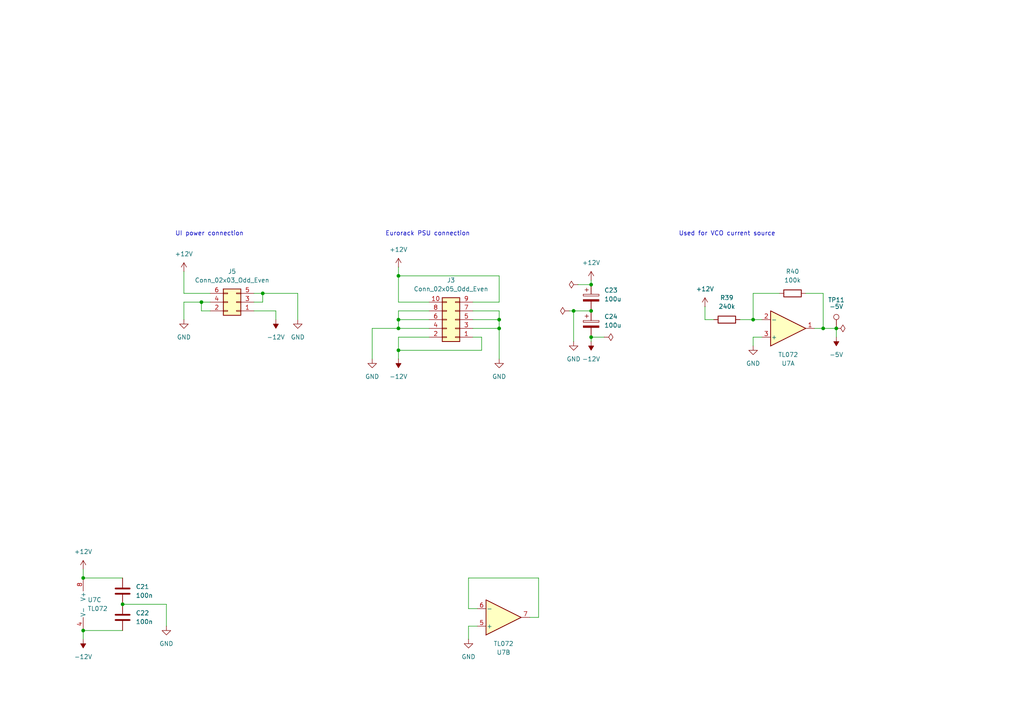
<source format=kicad_sch>
(kicad_sch (version 20250114) (generator "eeschema") (generator_version "9.0")
  (paper "A4")
  (lib_symbols
    (symbol "Amplifier_Operational:TL072" (pin_names (offset 0.127))
      (property "Reference" "U" (at 0 5.08 0))
      (property "Value" "TL072" (at 0 -5.08 0))
      (symbol "TL072_1_1"
        (polyline (pts (xy -5.08 5.08) (xy 5.08 0) (xy -5.08 -5.08) (xy -5.08 5.08)) (stroke (width 0.254)) (fill (type background)))
        (pin input line (at -7.62 2.54 0) (length 2.54) (name "+") (number "3"))
        (pin input line (at -7.62 -2.54 0) (length 2.54) (name "-") (number "2"))
        (pin output line (at 7.62 0 180) (length 2.54) (name "~") (number "1"))
      )
      (symbol "TL072_2_1"
        (polyline (pts (xy -5.08 5.08) (xy 5.08 0) (xy -5.08 -5.08) (xy -5.08 5.08)) (stroke (width 0.254)) (fill (type background)))
        (pin input line (at -7.62 2.54 0) (length 2.54) (name "+") (number "5"))
        (pin input line (at -7.62 -2.54 0) (length 2.54) (name "-") (number "6"))
        (pin output line (at 7.62 0 180) (length 2.54) (name "~") (number "7"))
      )
      (symbol "TL072_3_1"
        (pin power_in line (at -2.54 7.62 270) (length 3.81) (name "V+") (number "8"))
        (pin power_in line (at -2.54 -7.62 90) (length 3.81) (name "V-") (number "4"))
      )
    )
    (symbol "Connector:TestPoint" (pin_numbers (hide yes)) (pin_names (offset 0.762) (hide yes))
      (property "Reference" "TP" (at 0 6.858 0))
      (property "Value" "TestPoint" (at 0 5.08 0))
      (symbol "TestPoint_0_1"
        (circle (center 0 3.302) (radius 0.762))
      )
      (symbol "TestPoint_1_1"
        (pin passive line (at 0 0 90) (length 2.54) (name "1") (number "1"))
      )
    )
    (symbol "Connector_Generic:Conn_02x03_Odd_Even" (pin_names (offset 1.016) (hide yes))
      (property "Reference" "J" (at 1.27 5.08 0))
      (property "Value" "Conn_02x03_Odd_Even" (at 1.27 -5.08 0))
      (symbol "Conn_02x03_Odd_Even_1_1"
        (rectangle (start -1.27 3.81) (end 3.81 -3.81) (stroke (width 0.254)) (fill (type background)))
        (rectangle (start -1.27 2.667) (end 0 2.413) (stroke (width 0.1524)))
        (rectangle (start -1.27 0.127) (end 0 -0.127) (stroke (width 0.1524)))
        (rectangle (start -1.27 -2.413) (end 0 -2.667) (stroke (width 0.1524)))
        (rectangle (start 3.81 2.667) (end 2.54 2.413) (stroke (width 0.1524)))
        (rectangle (start 3.81 0.127) (end 2.54 -0.127) (stroke (width 0.1524)))
        (rectangle (start 3.81 -2.413) (end 2.54 -2.667) (stroke (width 0.1524)))
        (pin passive line (at -5.08 2.54 0) (length 3.81) (name "Pin_1") (number "1"))
        (pin passive line (at -5.08 0 0) (length 3.81) (name "Pin_3") (number "3"))
        (pin passive line (at -5.08 -2.54 0) (length 3.81) (name "Pin_5") (number "5"))
        (pin passive line (at 7.62 2.54 180) (length 3.81) (name "Pin_2") (number "2"))
        (pin passive line (at 7.62 0 180) (length 3.81) (name "Pin_4") (number "4"))
        (pin passive line (at 7.62 -2.54 180) (length 3.81) (name "Pin_6") (number "6"))
      )
    )
    (symbol "Connector_Generic:Conn_02x05_Odd_Even" (pin_names (offset 1.016) (hide yes))
      (property "Reference" "J" (at 1.27 7.62 0))
      (property "Value" "Conn_02x05_Odd_Even" (at 1.27 -7.62 0))
      (symbol "Conn_02x05_Odd_Even_1_1"
        (rectangle (start -1.27 6.35) (end 3.81 -6.35) (stroke (width 0.254)) (fill (type background)))
        (rectangle (start -1.27 5.207) (end 0 4.953) (stroke (width 0.1524)))
        (rectangle (start -1.27 2.667) (end 0 2.413) (stroke (width 0.1524)))
        (rectangle (start -1.27 0.127) (end 0 -0.127) (stroke (width 0.1524)))
        (rectangle (start -1.27 -2.413) (end 0 -2.667) (stroke (width 0.1524)))
        (rectangle (start -1.27 -4.953) (end 0 -5.207) (stroke (width 0.1524)))
        (rectangle (start 3.81 5.207) (end 2.54 4.953) (stroke (width 0.1524)))
        (rectangle (start 3.81 2.667) (end 2.54 2.413) (stroke (width 0.1524)))
        (rectangle (start 3.81 0.127) (end 2.54 -0.127) (stroke (width 0.1524)))
        (rectangle (start 3.81 -2.413) (end 2.54 -2.667) (stroke (width 0.1524)))
        (rectangle (start 3.81 -4.953) (end 2.54 -5.207) (stroke (width 0.1524)))
        (pin passive line (at -5.08 5.08 0) (length 3.81) (name "Pin_1") (number "1"))
        (pin passive line (at -5.08 2.54 0) (length 3.81) (name "Pin_3") (number "3"))
        (pin passive line (at -5.08 0 0) (length 3.81) (name "Pin_5") (number "5"))
        (pin passive line (at -5.08 -2.54 0) (length 3.81) (name "Pin_7") (number "7"))
        (pin passive line (at -5.08 -5.08 0) (length 3.81) (name "Pin_9") (number "9"))
        (pin passive line (at 7.62 5.08 180) (length 3.81) (name "Pin_2") (number "2"))
        (pin passive line (at 7.62 2.54 180) (length 3.81) (name "Pin_4") (number "4"))
        (pin passive line (at 7.62 0 180) (length 3.81) (name "Pin_6") (number "6"))
        (pin passive line (at 7.62 -2.54 180) (length 3.81) (name "Pin_8") (number "8"))
        (pin passive line (at 7.62 -5.08 180) (length 3.81) (name "Pin_10") (number "10"))
      )
    )
    (symbol "Device:C" (pin_numbers (hide yes)) (pin_names (offset 0.254))
      (property "Reference" "C" (at 0.635 2.54 0))
      (property "Value" "C" (at 0.635 -2.54 0))
      (symbol "C_0_1"
        (polyline (pts (xy -2.032 0.762) (xy 2.032 0.762)) (stroke (width 0.508)))
        (polyline (pts (xy -2.032 -0.762) (xy 2.032 -0.762)) (stroke (width 0.508)))
      )
      (symbol "C_1_1"
        (pin passive line (at 0 3.81 270) (length 2.794) (name "~") (number "1"))
        (pin passive line (at 0 -3.81 90) (length 2.794) (name "~") (number "2"))
      )
    )
    (symbol "Device:C_Polarized" (pin_numbers (hide yes)) (pin_names (offset 0.254))
      (property "Reference" "C" (at 0.635 2.54 0))
      (property "Value" "C_Polarized" (at 0.635 -2.54 0))
      (symbol "C_Polarized_0_1"
        (rectangle (start -2.286 0.508) (end 2.286 1.016))
        (polyline (pts (xy -1.778 2.286) (xy -0.762 2.286)))
        (polyline (pts (xy -1.27 2.794) (xy -1.27 1.778)))
        (rectangle (start 2.286 -0.508) (end -2.286 -1.016) (fill (type outline)))
      )
      (symbol "C_Polarized_1_1"
        (pin passive line (at 0 3.81 270) (length 2.794) (name "~") (number "1"))
        (pin passive line (at 0 -3.81 90) (length 2.794) (name "~") (number "2"))
      )
    )
    (symbol "Device:R" (pin_numbers (hide yes)) (pin_names (offset 0))
      (property "Reference" "R" (at 2.032 0 90))
      (property "Value" "R" (at 0 0 90))
      (symbol "R_0_1"
        (rectangle (start -1.016 -2.54) (end 1.016 2.54) (stroke (width 0.254)))
      )
      (symbol "R_1_1"
        (pin passive line (at 0 3.81 270) (length 1.27) (name "~") (number "1"))
        (pin passive line (at 0 -3.81 90) (length 1.27) (name "~") (number "2"))
      )
    )
    (symbol "power:+12V" (power) (pin_numbers (hide yes)) (pin_names (offset 0) (hide yes))
      (property "Value" "+12V" (at 0 3.556 0))
      (symbol "+12V_0_1"
        (polyline (pts (xy -0.762 1.27) (xy 0 2.54)))
        (polyline (pts (xy 0 2.54) (xy 0.762 1.27)))
        (polyline (pts (xy 0 0) (xy 0 2.54)))
      )
      (symbol "+12V_1_1"
        (pin power_in line (at 0 0 90) (length 0) (name "~") (number "1"))
      )
    )
    (symbol "power:-12V" (power) (pin_numbers (hide yes)) (pin_names (offset 0) (hide yes))
      (property "Value" "-12V" (at 0 3.556 0))
      (symbol "-12V_0_0"
        (pin power_in line (at 0 0 90) (length 0) (name "~") (number "1"))
      )
      (symbol "-12V_0_1"
        (polyline (pts (xy 0 0) (xy 0 1.27) (xy 0.762 1.27) (xy 0 2.54) (xy -0.762 1.27) (xy 0 1.27)) (fill (type outline)))
      )
    )
    (symbol "power:-5V" (power) (pin_numbers (hide yes)) (pin_names (offset 0) (hide yes))
      (property "Value" "-5V" (at 0 3.556 0))
      (symbol "-5V_0_0"
        (pin power_in line (at 0 0 90) (length 0) (name "~") (number "1"))
      )
      (symbol "-5V_0_1"
        (polyline (pts (xy 0 0) (xy 0 1.27) (xy 0.762 1.27) (xy 0 2.54) (xy -0.762 1.27) (xy 0 1.27)) (fill (type outline)))
      )
    )
    (symbol "power:GND" (power) (pin_numbers (hide yes)) (pin_names (offset 0) (hide yes))
      (property "Value" "GND" (at 0 -3.81 0))
      (symbol "GND_0_1"
        (polyline (pts (xy 0 0) (xy 0 -1.27) (xy 1.27 -1.27) (xy 0 -2.54) (xy -1.27 -1.27) (xy 0 -1.27)))
      )
      (symbol "GND_1_1"
        (pin power_in line (at 0 0 270) (length 0) (name "~") (number "1"))
      )
    )
    (symbol "power:PWR_FLAG" (power) (pin_numbers (hide yes)) (pin_names (offset 0) (hide yes))
      (property "Value" "PWR_FLAG" (at 0 3.81 0))
      (symbol "PWR_FLAG_0_0"
        (pin power_out line (at 0 0 90) (length 0) (name "~") (number "1"))
      )
      (symbol "PWR_FLAG_0_1"
        (polyline (pts (xy 0 0) (xy 0 1.27) (xy -1.016 1.905) (xy 0 2.54) (xy 1.016 1.905) (xy 0 1.27)))
      )
    )
  )
  (text "UI power connection" (at 50.8 68.58 0) (effects (font (size 1.27 1.27)) (justify left bottom)))
  (text "Eurorack PSU connection" (at 111.76 68.58 0) (effects (font (size 1.27 1.27)) (justify left bottom)))
  (text "Used for VCO current source" (at 196.85 68.58 0) (effects (font (size 1.27 1.27)) (justify left bottom)))
  (junction (at 24.13 182.88))
  (junction (at 171.45 82.55))
  (junction (at 171.45 97.79))
  (junction (at 35.56 175.26))
  (junction (at 76.2 85.09))
  (junction (at 115.57 80.01))
  (junction (at 218.44 92.71))
  (junction (at 166.37 90.17))
  (junction (at 242.57 95.25))
  (junction (at 24.13 167.64))
  (junction (at 238.76 95.25))
  (junction (at 115.57 95.25))
  (junction (at 144.78 92.71))
  (junction (at 115.57 92.71))
  (junction (at 171.45 90.17))
  (junction (at 58.42 87.63))
  (junction (at 144.78 95.25))
  (junction (at 115.57 101.6))
  (wire (pts (xy 238.76 95.25) (xy 236.22 95.25)))
  (wire (pts (xy 135.89 176.53) (xy 138.43 176.53)))
  (wire (pts (xy 144.78 95.25) (xy 144.78 92.71)))
  (wire (pts (xy 48.26 175.26) (xy 35.56 175.26)))
  (wire (pts (xy 48.26 181.61) (xy 48.26 175.26)))
  (wire (pts (xy 124.46 97.79) (xy 115.57 97.79)))
  (wire (pts (xy 115.57 87.63) (xy 124.46 87.63)))
  (wire (pts (xy 226.06 85.09) (xy 218.44 85.09)))
  (wire (pts (xy 171.45 81.28) (xy 171.45 82.55)))
  (wire (pts (xy 242.57 95.25) (xy 238.76 95.25)))
  (wire (pts (xy 107.95 104.14) (xy 107.95 95.25)))
  (wire (pts (xy 144.78 87.63) (xy 144.78 80.01)))
  (wire (pts (xy 124.46 95.25) (xy 115.57 95.25)))
  (wire (pts (xy 144.78 92.71) (xy 144.78 90.17)))
  (wire (pts (xy 53.34 87.63) (xy 58.42 87.63)))
  (wire (pts (xy 76.2 87.63) (xy 76.2 85.09)))
  (wire (pts (xy 60.96 90.17) (xy 58.42 90.17)))
  (wire (pts (xy 144.78 90.17) (xy 137.16 90.17)))
  (wire (pts (xy 204.47 88.9) (xy 204.47 92.71)))
  (wire (pts (xy 156.21 167.64) (xy 135.89 167.64)))
  (wire (pts (xy 80.01 90.17) (xy 73.66 90.17)))
  (wire (pts (xy 139.7 101.6) (xy 139.7 97.79)))
  (wire (pts (xy 24.13 165.1) (xy 24.13 167.64)))
  (wire (pts (xy 156.21 179.07) (xy 156.21 167.64)))
  (wire (pts (xy 242.57 97.79) (xy 242.57 95.25)))
  (wire (pts (xy 204.47 92.71) (xy 207.01 92.71)))
  (wire (pts (xy 115.57 97.79) (xy 115.57 101.6)))
  (wire (pts (xy 233.68 85.09) (xy 238.76 85.09)))
  (wire (pts (xy 115.57 101.6) (xy 139.7 101.6)))
  (wire (pts (xy 220.98 97.79) (xy 218.44 97.79)))
  (wire (pts (xy 175.26 97.79) (xy 171.45 97.79)))
  (wire (pts (xy 86.36 85.09) (xy 76.2 85.09)))
  (wire (pts (xy 115.57 92.71) (xy 124.46 92.71)))
  (wire (pts (xy 144.78 80.01) (xy 115.57 80.01)))
  (wire (pts (xy 86.36 92.71) (xy 86.36 85.09)))
  (wire (pts (xy 166.37 90.17) (xy 171.45 90.17)))
  (wire (pts (xy 135.89 167.64) (xy 135.89 176.53)))
  (wire (pts (xy 115.57 95.25) (xy 115.57 92.71)))
  (wire (pts (xy 167.64 82.55) (xy 171.45 82.55)))
  (wire (pts (xy 58.42 87.63) (xy 60.96 87.63)))
  (wire (pts (xy 139.7 97.79) (xy 137.16 97.79)))
  (wire (pts (xy 24.13 185.42) (xy 24.13 182.88)))
  (wire (pts (xy 214.63 92.71) (xy 218.44 92.71)))
  (wire (pts (xy 115.57 90.17) (xy 124.46 90.17)))
  (wire (pts (xy 53.34 78.74) (xy 53.34 85.09)))
  (wire (pts (xy 73.66 87.63) (xy 76.2 87.63)))
  (wire (pts (xy 166.37 99.06) (xy 166.37 90.17)))
  (wire (pts (xy 218.44 97.79) (xy 218.44 100.33)))
  (wire (pts (xy 53.34 85.09) (xy 60.96 85.09)))
  (wire (pts (xy 115.57 80.01) (xy 115.57 87.63)))
  (wire (pts (xy 58.42 90.17) (xy 58.42 87.63)))
  (wire (pts (xy 53.34 92.71) (xy 53.34 87.63)))
  (wire (pts (xy 144.78 104.14) (xy 144.78 95.25)))
  (wire (pts (xy 218.44 85.09) (xy 218.44 92.71)))
  (wire (pts (xy 135.89 185.42) (xy 135.89 181.61)))
  (wire (pts (xy 137.16 87.63) (xy 144.78 87.63)))
  (wire (pts (xy 107.95 95.25) (xy 115.57 95.25)))
  (wire (pts (xy 76.2 85.09) (xy 73.66 85.09)))
  (wire (pts (xy 153.67 179.07) (xy 156.21 179.07)))
  (wire (pts (xy 24.13 182.88) (xy 35.56 182.88)))
  (wire (pts (xy 238.76 85.09) (xy 238.76 95.25)))
  (wire (pts (xy 115.57 92.71) (xy 115.57 90.17)))
  (wire (pts (xy 218.44 92.71) (xy 220.98 92.71)))
  (wire (pts (xy 24.13 167.64) (xy 35.56 167.64)))
  (wire (pts (xy 115.57 101.6) (xy 115.57 104.14)))
  (wire (pts (xy 80.01 92.71) (xy 80.01 90.17)))
  (wire (pts (xy 135.89 181.61) (xy 138.43 181.61)))
  (wire (pts (xy 165.1 90.17) (xy 166.37 90.17)))
  (wire (pts (xy 171.45 97.79) (xy 171.45 99.06)))
  (wire (pts (xy 115.57 77.47) (xy 115.57 80.01)))
  (wire (pts (xy 137.16 92.71) (xy 144.78 92.71)))
  (wire (pts (xy 137.16 95.25) (xy 144.78 95.25)))
  (symbol (lib_id "power:+12V") (at 53.34 78.74 0) (unit 1)
    (property "Reference" "#PWR059" (effects (hide yes)))
    (property "Value" "+12V" (at 53.34 73.66 0))
    (property "Description" "Power symbol creates a global label with name \"+12V\"" (effects (hide yes)))
  )
  (symbol (lib_id "Device:C") (at 35.56 179.07 0) (unit 1)
    (property "Reference" "C22" (at 39.37 177.8 0) (effects (justify left)))
    (property "Value" "100n" (at 39.37 180.34 0) (effects (justify left)))
    (property "Footprint" "Capacitor_SMD:C_0603_1608Metric" (effects (hide yes)))
    (property "LCSC" "C14663" (effects (hide yes)))
  )
  (symbol (lib_id "Device:C_Polarized") (at 171.45 86.36 0) (unit 1)
    (property "Reference" "C23" (at 175.26 84.201 0) (effects (justify left)))
    (property "Value" "100u" (at 175.26 86.741 0) (effects (justify left)))
    (property "Footprint" "Capacitor_SMD:CP_Elec_6.3x7.7" (effects (hide yes)))
    (property "LCSC" "C2836437" (effects (hide yes)))
    (property "Vendor" "JLCPCB" (effects (hide yes)))
    (property "FT Rotation Offset" "180" (effects (hide yes)))
  )
  (symbol (lib_id "Connector:TestPoint") (at 242.57 95.25 0) (unit 1) (in_bom no)
    (property "Reference" "TP11" (at 242.57 86.995 0))
    (property "Value" "-5V" (at 242.57 88.9 0))
    (property "Footprint" "TestPoint:TestPoint_THTPad_2.0x2.0mm_Drill1.0mm" (effects (hide yes)))
  )
  (symbol (lib_id "power:GND") (at 107.95 104.14 0) (unit 1)
    (property "Reference" "#PWR047" (effects (hide yes)))
    (property "Value" "GND" (at 107.95 109.22 0))
    (property "Description" "Power symbol creates a global label with name \"GND\" , ground" (effects (hide yes)))
  )
  (symbol (lib_id "Device:R") (at 229.87 85.09 90) (unit 1)
    (property "Reference" "R40" (at 229.87 78.74 90))
    (property "Value" "100k" (at 229.87 81.28 90))
    (property "Footprint" "Resistor_SMD:R_0603_1608Metric" (effects (hide yes)))
    (property "LCSC" "C25803" (effects (hide yes)))
    (property "Vendor" "JLCPCB" (effects (hide yes)))
  )
  (symbol (lib_id "power:GND") (at 218.44 100.33 0) (unit 1)
    (property "Reference" "#PWR056" (effects (hide yes)))
    (property "Value" "GND" (at 218.44 105.41 0))
    (property "Description" "Power symbol creates a global label with name \"GND\" , ground" (effects (hide yes)))
  )
  (symbol (lib_id "power:-12V") (at 24.13 185.42 180) (unit 1)
    (property "Reference" "#PWR045" (effects (hide yes)))
    (property "Value" "-12V" (at 24.13 190.5 0))
    (property "Description" "Power symbol creates a global label with name \"-12V\"" (effects (hide yes)))
  )
  (symbol (lib_id "Device:R") (at 210.82 92.71 90) (unit 1)
    (property "Reference" "R39" (at 210.82 86.36 90))
    (property "Value" "240k" (at 210.82 88.9 90))
    (property "Footprint" "Resistor_SMD:R_0603_1608Metric" (effects (hide yes)))
    (property "LCSC" "C2907016" (effects (hide yes)))
    (property "Vendor" "JLCPCB" (effects (hide yes)))
  )
  (symbol (lib_id "power:GND") (at 144.78 104.14 0) (unit 1)
    (property "Reference" "#PWR050" (effects (hide yes)))
    (property "Value" "GND" (at 144.78 109.22 0))
    (property "Description" "Power symbol creates a global label with name \"GND\" , ground" (effects (hide yes)))
  )
  (symbol (lib_id "power:+12V") (at 204.47 88.9 0) (unit 1)
    (property "Reference" "#PWR055" (effects (hide yes)))
    (property "Value" "+12V" (at 204.47 83.82 0))
    (property "Description" "Power symbol creates a global label with name \"+12V\"" (effects (hide yes)))
  )
  (symbol (lib_id "power:-12V") (at 80.01 92.71 180) (unit 1)
    (property "Reference" "#PWR060" (effects (hide yes)))
    (property "Value" "-12V" (at 80.01 97.79 0))
    (property "Description" "Power symbol creates a global label with name \"-12V\"" (effects (hide yes)))
  )
  (symbol (lib_id "power:PWR_FLAG") (at 167.64 82.55 90) (unit 1)
    (property "Reference" "#FLG02" (effects (hide yes)))
    (property "Value" "PWR_FLAG" (effects (hide yes)))
    (property "Description" "Special symbol for telling ERC where power comes from" (effects (hide yes)))
  )
  (symbol (lib_id "Amplifier_Operational:TL072") (at 146.05 179.07 0) (mirror x) (unit 2)
    (property "Reference" "U7" (at 146.05 189.23 0))
    (property "Value" "TL072" (at 146.05 186.69 0))
    (property "Footprint" "Package_SO:SOIC-8_3.9x4.9mm_P1.27mm" (effects (hide yes)))
    (property "Datasheet" "http://www.ti.com/lit/ds/symlink/tl071.pdf" (effects (hide yes)))
    (property "Description" "Dual Low-Noise JFET-Input Operational Amplifiers, DIP-8/SOIC-8" (effects (hide yes)))
    (property "Vendor" "JLCPCB" (effects (hide yes)))
    (property "LCSC" "C6961" (effects (hide yes)))
  )
  (symbol (lib_id "Connector_Generic:Conn_02x03_Odd_Even") (at 68.58 87.63 180) (unit 1)
    (property "Reference" "J5" (at 67.31 78.74 0))
    (property "Value" "Conn_02x03_Odd_Even" (at 67.31 81.28 0))
    (property "Footprint" "Connector_PinSocket_2.54mm:PinSocket_2x03_P2.54mm_Vertical" (effects (hide yes)))
    (property "Description" "Generic connector, double row, 02x03, odd/even pin numbering scheme (row 1 odd numbers, row 2 even numbers), script generated (kicad-library-utils/schlib/autogen/connector/)" (effects (hide yes)))
  )
  (symbol (lib_id "power:GND") (at 166.37 99.06 0) (unit 1)
    (property "Reference" "#PWR052" (effects (hide yes)))
    (property "Value" "GND" (at 166.37 104.14 0))
    (property "Description" "Power symbol creates a global label with name \"GND\" , ground" (effects (hide yes)))
  )
  (symbol (lib_id "power:-12V") (at 115.57 104.14 180) (unit 1)
    (property "Reference" "#PWR049" (effects (hide yes)))
    (property "Value" "-12V" (at 115.57 109.22 0))
    (property "Description" "Power symbol creates a global label with name \"-12V\"" (effects (hide yes)))
  )
  (symbol (lib_id "Device:C") (at 35.56 171.45 0) (unit 1)
    (property "Reference" "C21" (at 39.37 170.18 0) (effects (justify left)))
    (property "Value" "100n" (at 39.37 172.72 0) (effects (justify left)))
    (property "Footprint" "Capacitor_SMD:C_0603_1608Metric" (effects (hide yes)))
    (property "LCSC" "C14663" (effects (hide yes)))
  )
  (symbol (lib_id "Device:C_Polarized") (at 171.45 93.98 0) (unit 1)
    (property "Reference" "C24" (at 175.26 91.821 0) (effects (justify left)))
    (property "Value" "100u" (at 175.26 94.361 0) (effects (justify left)))
    (property "Footprint" "Capacitor_SMD:CP_Elec_6.3x7.7" (effects (hide yes)))
    (property "LCSC" "C2836437" (effects (hide yes)))
    (property "Vendor" "JLCPCB" (effects (hide yes)))
    (property "FT Rotation Offset" "180" (effects (hide yes)))
  )
  (symbol (lib_id "power:PWR_FLAG") (at 165.1 90.17 90) (unit 1)
    (property "Reference" "#FLG01" (effects (hide yes)))
    (property "Value" "PWR_FLAG" (effects (hide yes)))
    (property "Description" "Special symbol for telling ERC where power comes from" (effects (hide yes)))
  )
  (symbol (lib_id "power:GND") (at 86.36 92.71 0) (unit 1)
    (property "Reference" "#PWR061" (effects (hide yes)))
    (property "Value" "GND" (at 86.36 97.79 0))
    (property "Description" "Power symbol creates a global label with name \"GND\" , ground" (effects (hide yes)))
  )
  (symbol (lib_id "Connector_Generic:Conn_02x05_Odd_Even") (at 132.08 92.71 180) (unit 1)
    (property "Reference" "J3" (at 130.81 81.28 0))
    (property "Value" "Conn_02x05_Odd_Even" (at 130.81 83.82 0))
    (property "Footprint" "Connector_IDC:IDC-Header_2x05_P2.54mm_Horizontal" (effects (hide yes)))
    (property "Description" "Generic connector, double row, 02x05, odd/even pin numbering scheme (row 1 odd numbers, row 2 even numbers), script generated (kicad-library-utils/schlib/autogen/connector/)" (effects (hide yes)))
  )
  (symbol (lib_id "power:+12V") (at 171.45 81.28 0) (unit 1)
    (property "Reference" "#PWR053" (effects (hide yes)))
    (property "Value" "+12V" (at 171.45 76.2 0))
    (property "Description" "Power symbol creates a global label with name \"+12V\"" (effects (hide yes)))
  )
  (symbol (lib_id "power:+12V") (at 115.57 77.47 0) (unit 1)
    (property "Reference" "#PWR048" (effects (hide yes)))
    (property "Value" "+12V" (at 115.57 72.39 0))
    (property "Description" "Power symbol creates a global label with name \"+12V\"" (effects (hide yes)))
  )
  (symbol (lib_id "power:-5V") (at 242.57 97.79 180) (unit 1)
    (property "Reference" "#PWR057" (effects (hide yes)))
    (property "Value" "-5V" (at 242.57 102.87 0))
    (property "Description" "Power symbol creates a global label with name \"-5V\"" (effects (hide yes)))
  )
  (symbol (lib_id "Amplifier_Operational:TL072") (at 26.67 175.26 0) (unit 3)
    (property "Reference" "U7" (at 25.4 173.9899 0) (effects (justify left)))
    (property "Value" "TL072" (at 25.4 176.5299 0) (effects (justify left)))
    (property "Footprint" "Package_SO:SOIC-8_3.9x4.9mm_P1.27mm" (effects (hide yes)))
    (property "Datasheet" "http://www.ti.com/lit/ds/symlink/tl071.pdf" (effects (hide yes)))
    (property "Description" "Dual Low-Noise JFET-Input Operational Amplifiers, DIP-8/SOIC-8" (effects (hide yes)))
    (property "Vendor" "JLCPCB" (effects (hide yes)))
    (property "LCSC" "C6961" (effects (hide yes)))
  )
  (symbol (lib_id "power:-12V") (at 171.45 99.06 180) (unit 1)
    (property "Reference" "#PWR054" (effects (hide yes)))
    (property "Value" "-12V" (at 171.45 104.14 0))
    (property "Description" "Power symbol creates a global label with name \"-12V\"" (effects (hide yes)))
  )
  (symbol (lib_id "power:PWR_FLAG") (at 175.26 97.79 270) (unit 1)
    (property "Reference" "#FLG03" (effects (hide yes)))
    (property "Value" "PWR_FLAG" (effects (hide yes)))
    (property "Description" "Special symbol for telling ERC where power comes from" (effects (hide yes)))
  )
  (symbol (lib_id "power:PWR_FLAG") (at 242.57 95.25 270) (unit 1)
    (property "Reference" "#FLG04" (effects (hide yes)))
    (property "Value" "PWR_FLAG" (effects (hide yes)))
  )
  (symbol (lib_id "Amplifier_Operational:TL072") (at 228.6 95.25 0) (mirror x) (unit 1)
    (property "Reference" "U7" (at 228.6 105.41 0))
    (property "Value" "TL072" (at 228.6 102.87 0))
    (property "Footprint" "Package_SO:SOIC-8_3.9x4.9mm_P1.27mm" (effects (hide yes)))
    (property "Datasheet" "http://www.ti.com/lit/ds/symlink/tl071.pdf" (effects (hide yes)))
    (property "Description" "Dual Low-Noise JFET-Input Operational Amplifiers, DIP-8/SOIC-8" (effects (hide yes)))
    (property "Vendor" "JLCPCB" (effects (hide yes)))
    (property "LCSC" "C6961" (effects (hide yes)))
  )
  (symbol (lib_id "power:GND") (at 53.34 92.71 0) (unit 1)
    (property "Reference" "#PWR062" (effects (hide yes)))
    (property "Value" "GND" (at 53.34 97.79 0))
    (property "Description" "Power symbol creates a global label with name \"GND\" , ground" (effects (hide yes)))
  )
  (symbol (lib_id "power:GND") (at 48.26 181.61 0) (unit 1)
    (property "Reference" "#PWR046" (effects (hide yes)))
    (property "Value" "GND" (at 48.26 186.69 0))
    (property "Description" "Power symbol creates a global label with name \"GND\" , ground" (effects (hide yes)))
  )
  (symbol (lib_id "power:GND") (at 135.89 185.42 0) (unit 1)
    (property "Reference" "#PWR051" (effects (hide yes)))
    (property "Value" "GND" (at 135.89 190.5 0))
    (property "Description" "Power symbol creates a global label with name \"GND\" , ground" (effects (hide yes)))
  )
  (symbol (lib_id "power:+12V") (at 24.13 165.1 0) (unit 1)
    (property "Reference" "#PWR044" (effects (hide yes)))
    (property "Value" "+12V" (at 24.13 160.02 0))
    (property "Description" "Power symbol creates a global label with name \"+12V\"" (effects (hide yes)))
  )
)
</source>
